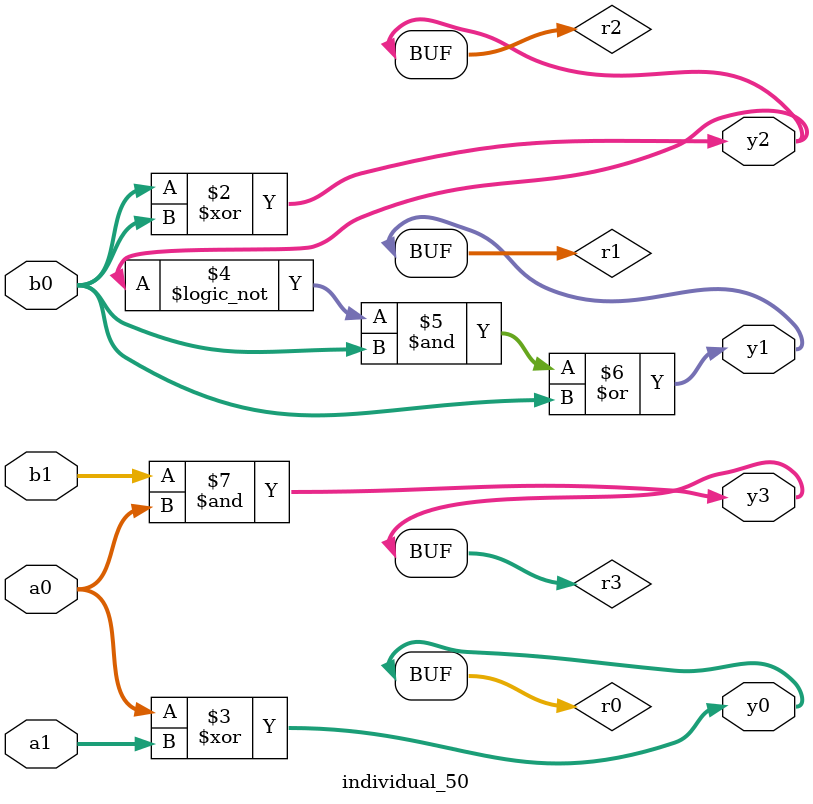
<source format=sv>
module individual_50(input logic [15:0] a1, input logic [15:0] a0, input logic [15:0] b1, input logic [15:0] b0, output logic [15:0] y3, output logic [15:0] y2, output logic [15:0] y1, output logic [15:0] y0);
logic [15:0] r0, r1, r2, r3; 
 always@(*) begin 
	 r0 = a0; r1 = a1; r2 = b0; r3 = b1; 
 	 r2  ^=  b0 ;
 	 r0  ^=  a1 ;
 	 r1 = ! r2 ;
 	 r1  &=  b0 ;
 	 r1  |=  b0 ;
 	 r3  &=  a0 ;
 	 y3 = r3; y2 = r2; y1 = r1; y0 = r0; 
end
endmodule
</source>
